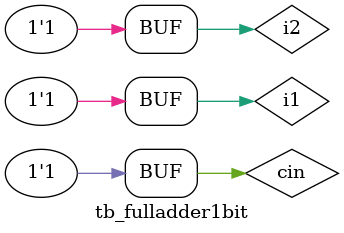
<source format=v>
`timescale 1ns / 1ps


module tb_fulladder1bit;

	// Inputs
	reg i1;
	reg i2;
	reg cin;

	// Outputs
	wire cout;
	wire z;

	// Instantiate the Unit Under Test (UUT)
	FullAdder_1bit uut (
		.i1(i1), 
		.i2(i2), 
		.cin(cin), 
		.cout(cout), 
		.z(z)
	);

	initial begin
		// Initialize Inputs
		i1 = 0;i2 = 0;cin = 0;
		#100 i1 = 0;i2 = 0;cin = 1;
		#100 i1 = 0;i2 = 1;cin = 0;
		#100 i1 = 1;i2 = 0;cin = 0;
		#100 i1 = 1;i2 = 1;cin = 0;
		#100 i1 = 0;i2 = 1;cin = 1;
		#100 i1 = 1;i2 = 0;cin = 1;
		#100 i1 = 1;i2 = 1;cin = 1;

		// Wait 100 ns for global reset to finish
		#100;
        
		// Add stimulus here

	end
      
endmodule


</source>
